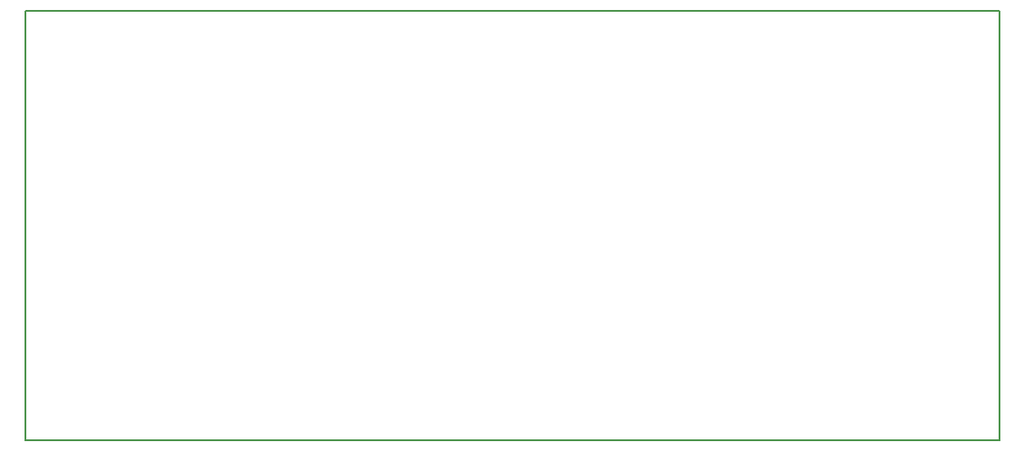
<source format=gbr>
G04 #@! TF.GenerationSoftware,KiCad,Pcbnew,(6.0.0-rc1-dev-205-gc0615c5ef)*
G04 #@! TF.CreationDate,2019-05-29T12:14:59+02:00*
G04 #@! TF.ProjectId,BATPOWER05A,424154504F5745523035412E6B696361,REV*
G04 #@! TF.SameCoordinates,Original*
G04 #@! TF.FileFunction,Profile,NP*
%FSLAX46Y46*%
G04 Gerber Fmt 4.6, Leading zero omitted, Abs format (unit mm)*
G04 Created by KiCad (PCBNEW (6.0.0-rc1-dev-205-gc0615c5ef)) date 05/29/19 12:14:59*
%MOMM*%
%LPD*%
G01*
G04 APERTURE LIST*
%ADD10C,0.150000*%
G04 APERTURE END LIST*
D10*
X91186000Y254000D02*
X91186000Y40386000D01*
X254000Y40386000D02*
X91186000Y40386000D01*
X254000Y254000D02*
X254000Y40386000D01*
X254000Y254000D02*
X91186000Y254000D01*
M02*

</source>
